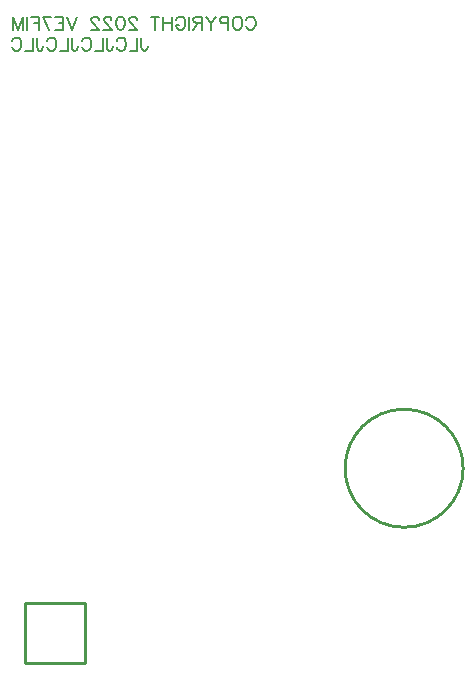
<source format=gbo>
G04 Layer: BottomSilkscreenLayer*
G04 Panelize: , Column: 2, Row: 2, Board Size: 58.42mm x 58.42mm, Panelized Board Size: 118.84mm x 118.84mm*
G04 EasyEDA v6.5.34, 2023-09-06 22:34:46*
G04 a2432957869647e6a6caa226728471f4,5a6b42c53f6a479593ecc07194224c93,10*
G04 Gerber Generator version 0.2*
G04 Scale: 100 percent, Rotated: No, Reflected: No *
G04 Dimensions in millimeters *
G04 leading zeros omitted , absolute positions ,4 integer and 5 decimal *
%FSLAX45Y45*%
%MOMM*%

%ADD10C,0.1524*%
%ADD11C,0.1520*%
%ADD12C,0.2540*%

%LPD*%
D10*
X2766822Y5575807D02*
G01*
X2772156Y5586221D01*
X2782570Y5596636D01*
X2792729Y5601715D01*
X2813558Y5601715D01*
X2823972Y5596636D01*
X2834386Y5586221D01*
X2839720Y5575807D01*
X2844800Y5560060D01*
X2844800Y5534152D01*
X2839720Y5518657D01*
X2834386Y5508244D01*
X2823972Y5497829D01*
X2813558Y5492750D01*
X2792729Y5492750D01*
X2782570Y5497829D01*
X2772156Y5508244D01*
X2766822Y5518657D01*
X2701290Y5601715D02*
G01*
X2711704Y5596636D01*
X2722118Y5586221D01*
X2727452Y5575807D01*
X2732531Y5560060D01*
X2732531Y5534152D01*
X2727452Y5518657D01*
X2722118Y5508244D01*
X2711704Y5497829D01*
X2701290Y5492750D01*
X2680715Y5492750D01*
X2670302Y5497829D01*
X2659888Y5508244D01*
X2654554Y5518657D01*
X2649474Y5534152D01*
X2649474Y5560060D01*
X2654554Y5575807D01*
X2659888Y5586221D01*
X2670302Y5596636D01*
X2680715Y5601715D01*
X2701290Y5601715D01*
X2615184Y5601715D02*
G01*
X2615184Y5492750D01*
X2615184Y5601715D02*
G01*
X2568447Y5601715D01*
X2552700Y5596636D01*
X2547620Y5591302D01*
X2542540Y5580887D01*
X2542540Y5565394D01*
X2547620Y5554979D01*
X2552700Y5549900D01*
X2568447Y5544565D01*
X2615184Y5544565D01*
X2508250Y5601715D02*
G01*
X2466593Y5549900D01*
X2466593Y5492750D01*
X2424938Y5601715D02*
G01*
X2466593Y5549900D01*
X2390647Y5601715D02*
G01*
X2390647Y5492750D01*
X2390647Y5601715D02*
G01*
X2343911Y5601715D01*
X2328418Y5596636D01*
X2323084Y5591302D01*
X2318004Y5580887D01*
X2318004Y5570473D01*
X2323084Y5560060D01*
X2328418Y5554979D01*
X2343911Y5549900D01*
X2390647Y5549900D01*
X2354325Y5549900D02*
G01*
X2318004Y5492750D01*
X2283713Y5601715D02*
G01*
X2283713Y5492750D01*
X2171445Y5575807D02*
G01*
X2176779Y5586221D01*
X2186940Y5596636D01*
X2197354Y5601715D01*
X2218181Y5601715D01*
X2228595Y5596636D01*
X2239009Y5586221D01*
X2244090Y5575807D01*
X2249424Y5560060D01*
X2249424Y5534152D01*
X2244090Y5518657D01*
X2239009Y5508244D01*
X2228595Y5497829D01*
X2218181Y5492750D01*
X2197354Y5492750D01*
X2186940Y5497829D01*
X2176779Y5508244D01*
X2171445Y5518657D01*
X2171445Y5534152D01*
X2197354Y5534152D02*
G01*
X2171445Y5534152D01*
X2137156Y5601715D02*
G01*
X2137156Y5492750D01*
X2064511Y5601715D02*
G01*
X2064511Y5492750D01*
X2137156Y5549900D02*
G01*
X2064511Y5549900D01*
X1993900Y5601715D02*
G01*
X1993900Y5492750D01*
X2030222Y5601715D02*
G01*
X1957324Y5601715D01*
X1837944Y5575807D02*
G01*
X1837944Y5580887D01*
X1832610Y5591302D01*
X1827529Y5596636D01*
X1817115Y5601715D01*
X1796287Y5601715D01*
X1785873Y5596636D01*
X1780794Y5591302D01*
X1775460Y5580887D01*
X1775460Y5570473D01*
X1780794Y5560060D01*
X1791207Y5544565D01*
X1843023Y5492750D01*
X1770379Y5492750D01*
X1704847Y5601715D02*
G01*
X1720595Y5596636D01*
X1731010Y5580887D01*
X1736089Y5554979D01*
X1736089Y5539486D01*
X1731010Y5513323D01*
X1720595Y5497829D01*
X1704847Y5492750D01*
X1694434Y5492750D01*
X1678939Y5497829D01*
X1668526Y5513323D01*
X1663445Y5539486D01*
X1663445Y5554979D01*
X1668526Y5580887D01*
X1678939Y5596636D01*
X1694434Y5601715D01*
X1704847Y5601715D01*
X1623821Y5575807D02*
G01*
X1623821Y5580887D01*
X1618742Y5591302D01*
X1613407Y5596636D01*
X1602994Y5601715D01*
X1582420Y5601715D01*
X1572005Y5596636D01*
X1566671Y5591302D01*
X1561592Y5580887D01*
X1561592Y5570473D01*
X1566671Y5560060D01*
X1577086Y5544565D01*
X1629155Y5492750D01*
X1556257Y5492750D01*
X1516887Y5575807D02*
G01*
X1516887Y5580887D01*
X1511554Y5591302D01*
X1506473Y5596636D01*
X1496060Y5601715D01*
X1475231Y5601715D01*
X1464818Y5596636D01*
X1459737Y5591302D01*
X1454404Y5580887D01*
X1454404Y5570473D01*
X1459737Y5560060D01*
X1470152Y5544565D01*
X1521968Y5492750D01*
X1449323Y5492750D01*
X1335023Y5601715D02*
G01*
X1293368Y5492750D01*
X1251965Y5601715D02*
G01*
X1293368Y5492750D01*
X1217676Y5601715D02*
G01*
X1217676Y5492750D01*
X1217676Y5601715D02*
G01*
X1150112Y5601715D01*
X1217676Y5549900D02*
G01*
X1176020Y5549900D01*
X1217676Y5492750D02*
G01*
X1150112Y5492750D01*
X1042923Y5601715D02*
G01*
X1094994Y5492750D01*
X1115821Y5601715D02*
G01*
X1042923Y5601715D01*
X1008634Y5601715D02*
G01*
X1008634Y5492750D01*
X1008634Y5601715D02*
G01*
X941070Y5601715D01*
X1008634Y5549900D02*
G01*
X967231Y5549900D01*
X906779Y5601715D02*
G01*
X906779Y5492750D01*
X872489Y5601715D02*
G01*
X872489Y5492750D01*
X872489Y5601715D02*
G01*
X831087Y5492750D01*
X789431Y5601715D02*
G01*
X831087Y5492750D01*
X789431Y5601715D02*
G01*
X789431Y5492750D01*
D11*
X1878444Y5423938D02*
G01*
X1878444Y5340812D01*
X1883641Y5325224D01*
X1888835Y5320029D01*
X1899226Y5314835D01*
X1909617Y5314835D01*
X1920008Y5320029D01*
X1925205Y5325224D01*
X1930400Y5340812D01*
X1930400Y5351203D01*
X1844154Y5423938D02*
G01*
X1844154Y5314835D01*
X1844154Y5314835D02*
G01*
X1781810Y5314835D01*
X1669587Y5397962D02*
G01*
X1674784Y5408353D01*
X1685175Y5418744D01*
X1695564Y5423938D01*
X1716346Y5423938D01*
X1726737Y5418744D01*
X1737128Y5408353D01*
X1742325Y5397962D01*
X1747520Y5382374D01*
X1747520Y5356397D01*
X1742325Y5340812D01*
X1737128Y5330421D01*
X1726737Y5320029D01*
X1716346Y5314835D01*
X1695564Y5314835D01*
X1685175Y5320029D01*
X1674784Y5330421D01*
X1669587Y5340812D01*
X1583344Y5423938D02*
G01*
X1583344Y5340812D01*
X1588538Y5325224D01*
X1593735Y5320029D01*
X1604124Y5314835D01*
X1614515Y5314835D01*
X1624906Y5320029D01*
X1630103Y5325224D01*
X1635297Y5340812D01*
X1635297Y5351203D01*
X1549054Y5423938D02*
G01*
X1549054Y5314835D01*
X1549054Y5314835D02*
G01*
X1486707Y5314835D01*
X1374485Y5397962D02*
G01*
X1379682Y5408353D01*
X1390073Y5418744D01*
X1400464Y5423938D01*
X1421244Y5423938D01*
X1431635Y5418744D01*
X1442026Y5408353D01*
X1447223Y5397962D01*
X1452417Y5382374D01*
X1452417Y5356397D01*
X1447223Y5340812D01*
X1442026Y5330421D01*
X1431635Y5320029D01*
X1421244Y5314835D01*
X1400464Y5314835D01*
X1390073Y5320029D01*
X1379682Y5330421D01*
X1374485Y5340812D01*
X1288242Y5423938D02*
G01*
X1288242Y5340812D01*
X1293436Y5325224D01*
X1298633Y5320029D01*
X1309024Y5314835D01*
X1319415Y5314835D01*
X1329804Y5320029D01*
X1335001Y5325224D01*
X1340195Y5340812D01*
X1340195Y5351203D01*
X1253952Y5423938D02*
G01*
X1253952Y5314835D01*
X1253952Y5314835D02*
G01*
X1191605Y5314835D01*
X1079385Y5397962D02*
G01*
X1084579Y5408353D01*
X1094971Y5418744D01*
X1105362Y5423938D01*
X1126144Y5423938D01*
X1136535Y5418744D01*
X1146924Y5408353D01*
X1152121Y5397962D01*
X1157315Y5382374D01*
X1157315Y5356397D01*
X1152121Y5340812D01*
X1146924Y5330421D01*
X1136535Y5320029D01*
X1126144Y5314835D01*
X1105362Y5314835D01*
X1094971Y5320029D01*
X1084579Y5330421D01*
X1079385Y5340812D01*
X993139Y5423938D02*
G01*
X993139Y5340812D01*
X998334Y5325224D01*
X1003531Y5320029D01*
X1013922Y5314835D01*
X1024313Y5314835D01*
X1034704Y5320029D01*
X1039898Y5325224D01*
X1045095Y5340812D01*
X1045095Y5351203D01*
X958850Y5423938D02*
G01*
X958850Y5314835D01*
X958850Y5314835D02*
G01*
X896505Y5314835D01*
X784283Y5397962D02*
G01*
X789477Y5408353D01*
X799868Y5418744D01*
X810260Y5423938D01*
X831042Y5423938D01*
X841433Y5418744D01*
X851824Y5408353D01*
X857018Y5397962D01*
X862215Y5382374D01*
X862215Y5356397D01*
X857018Y5340812D01*
X851824Y5330421D01*
X841433Y5320029D01*
X831042Y5314835D01*
X810260Y5314835D01*
X799868Y5320029D01*
X789477Y5330421D01*
X784283Y5340812D01*
D12*
G75*
G01
X4602099Y1778000D02*
G03X4602099Y1778000I-499999J0D01*
X889000Y635000D02*
G01*
X1397000Y635000D01*
X1397000Y127000D01*
X889000Y127000D01*
X889000Y635000D01*
M02*

</source>
